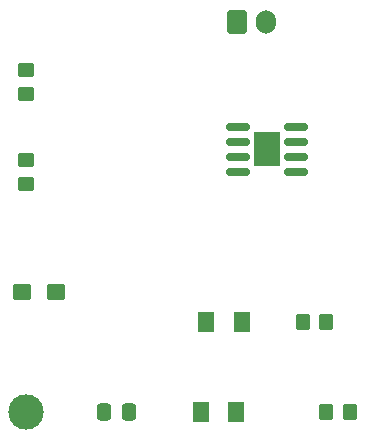
<source format=gbr>
%TF.GenerationSoftware,KiCad,Pcbnew,7.0.8*%
%TF.CreationDate,2023-10-12T16:07:18-07:00*%
%TF.ProjectId,Lab1_555TimerCircuit,4c616231-5f35-4353-9554-696d65724369,rev?*%
%TF.SameCoordinates,Original*%
%TF.FileFunction,Soldermask,Top*%
%TF.FilePolarity,Negative*%
%FSLAX46Y46*%
G04 Gerber Fmt 4.6, Leading zero omitted, Abs format (unit mm)*
G04 Created by KiCad (PCBNEW 7.0.8) date 2023-10-12 16:07:18*
%MOMM*%
%LPD*%
G01*
G04 APERTURE LIST*
G04 Aperture macros list*
%AMRoundRect*
0 Rectangle with rounded corners*
0 $1 Rounding radius*
0 $2 $3 $4 $5 $6 $7 $8 $9 X,Y pos of 4 corners*
0 Add a 4 corners polygon primitive as box body*
4,1,4,$2,$3,$4,$5,$6,$7,$8,$9,$2,$3,0*
0 Add four circle primitives for the rounded corners*
1,1,$1+$1,$2,$3*
1,1,$1+$1,$4,$5*
1,1,$1+$1,$6,$7*
1,1,$1+$1,$8,$9*
0 Add four rect primitives between the rounded corners*
20,1,$1+$1,$2,$3,$4,$5,0*
20,1,$1+$1,$4,$5,$6,$7,0*
20,1,$1+$1,$6,$7,$8,$9,0*
20,1,$1+$1,$8,$9,$2,$3,0*%
G04 Aperture macros list end*
%ADD10C,3.000000*%
%ADD11R,2.290000X3.000000*%
%ADD12RoundRect,0.150000X-0.825000X-0.150000X0.825000X-0.150000X0.825000X0.150000X-0.825000X0.150000X0*%
%ADD13RoundRect,0.250000X0.350000X0.450000X-0.350000X0.450000X-0.350000X-0.450000X0.350000X-0.450000X0*%
%ADD14RoundRect,0.250000X-0.350000X-0.450000X0.350000X-0.450000X0.350000X0.450000X-0.350000X0.450000X0*%
%ADD15RoundRect,0.250000X-0.450000X0.350000X-0.450000X-0.350000X0.450000X-0.350000X0.450000X0.350000X0*%
%ADD16O,1.700000X2.000000*%
%ADD17RoundRect,0.250000X-0.600000X-0.750000X0.600000X-0.750000X0.600000X0.750000X-0.600000X0.750000X0*%
%ADD18RoundRect,0.250001X-0.462499X-0.624999X0.462499X-0.624999X0.462499X0.624999X-0.462499X0.624999X0*%
%ADD19RoundRect,0.250001X0.462499X0.624999X-0.462499X0.624999X-0.462499X-0.624999X0.462499X-0.624999X0*%
%ADD20RoundRect,0.250000X0.337500X0.475000X-0.337500X0.475000X-0.337500X-0.475000X0.337500X-0.475000X0*%
%ADD21RoundRect,0.250000X-0.537500X-0.425000X0.537500X-0.425000X0.537500X0.425000X-0.537500X0.425000X0*%
G04 APERTURE END LIST*
D10*
%TO.C,REF\u002A\u002A*%
X68580000Y-104140000D03*
%TD*%
D11*
%TO.C,U1*%
X88965000Y-81915000D03*
D12*
X91440000Y-80010000D03*
X91440000Y-81280000D03*
X91440000Y-82550000D03*
X91440000Y-83820000D03*
X86490000Y-83820000D03*
X86490000Y-82550000D03*
X86490000Y-81280000D03*
X86490000Y-80010000D03*
%TD*%
D13*
%TO.C,R4*%
X95980000Y-104140000D03*
X93980000Y-104140000D03*
%TD*%
D14*
%TO.C,R3*%
X91980000Y-96520000D03*
X93980000Y-96520000D03*
%TD*%
D15*
%TO.C,R2*%
X68580000Y-84820000D03*
X68580000Y-82820000D03*
%TD*%
%TO.C,R1*%
X68580000Y-77200000D03*
X68580000Y-75200000D03*
%TD*%
D16*
%TO.C,J1*%
X88900000Y-71120000D03*
D17*
X86400000Y-71120000D03*
%TD*%
D18*
%TO.C,D2*%
X86360000Y-104140000D03*
X83385000Y-104140000D03*
%TD*%
D19*
%TO.C,D1*%
X83820000Y-96520000D03*
X86795000Y-96520000D03*
%TD*%
D20*
%TO.C,C2*%
X75162500Y-104140000D03*
X77237500Y-104140000D03*
%TD*%
D21*
%TO.C,C1*%
X71120000Y-93980000D03*
X68245000Y-93980000D03*
%TD*%
M02*

</source>
